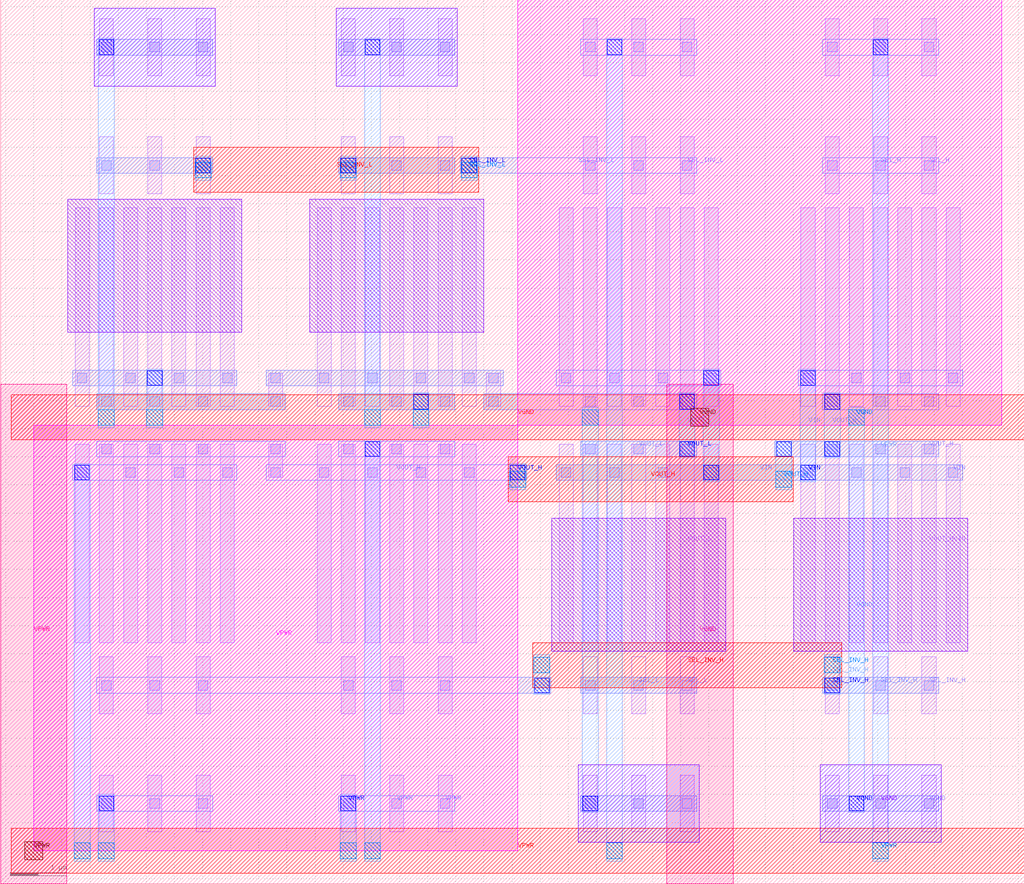
<source format=lef>
VERSION 5.7 ;
  NOWIREEXTENSIONATPIN ON ;
  DIVIDERCHAR "/" ;
  BUSBITCHARS "[]" ;
MACRO DCDC_MUX
  CLASS BLOCK ;
  FOREIGN DCDC_MUX ;
  ORIGIN 0.590 0.590 ;
  SIZE 18.190 BY 15.710 ;
  PIN SEL_H
    ANTENNAGATEAREA 1.890000 ;
    PORT
      LAYER li1 ;
        RECT 14.065 11.675 14.315 12.685 ;
        RECT 14.925 11.675 15.175 12.685 ;
        RECT 15.785 11.675 16.035 12.685 ;
      LAYER mcon ;
        RECT 14.105 12.095 14.275 12.265 ;
        RECT 14.965 12.095 15.135 12.265 ;
        RECT 15.825 12.095 15.995 12.265 ;
      LAYER met1 ;
        RECT 14.020 12.040 16.080 12.320 ;
    END
  END SEL_H
  PIN SEL_INV_H
    ANTENNAGATEAREA 5.670000 ;
    PORT
      LAYER li1 ;
        RECT 1.165 2.435 1.415 3.445 ;
        RECT 2.025 2.435 2.275 3.445 ;
        RECT 2.885 2.435 3.135 3.445 ;
        RECT 5.465 2.435 5.715 3.445 ;
        RECT 6.325 2.435 6.575 3.445 ;
        RECT 7.185 2.435 7.435 3.445 ;
        RECT 14.065 2.435 14.315 3.445 ;
        RECT 14.925 2.435 15.175 3.445 ;
        RECT 15.785 2.435 16.035 3.445 ;
      LAYER mcon ;
        RECT 1.205 2.855 1.375 3.025 ;
        RECT 2.065 2.855 2.235 3.025 ;
        RECT 2.925 2.855 3.095 3.025 ;
        RECT 5.505 2.855 5.675 3.025 ;
        RECT 6.365 2.855 6.535 3.025 ;
        RECT 7.225 2.855 7.395 3.025 ;
        RECT 14.105 2.855 14.275 3.025 ;
        RECT 14.965 2.855 15.135 3.025 ;
        RECT 15.825 2.855 15.995 3.025 ;
      LAYER met1 ;
        RECT 1.120 2.800 9.190 3.080 ;
        RECT 14.020 2.800 16.080 3.080 ;
      LAYER via ;
        RECT 8.900 2.810 9.160 3.070 ;
        RECT 14.060 2.810 14.320 3.070 ;
      LAYER met2 ;
        RECT 8.890 2.780 9.170 3.485 ;
        RECT 14.050 2.780 14.330 3.485 ;
      LAYER via2 ;
        RECT 8.890 3.160 9.170 3.440 ;
        RECT 14.050 3.160 14.330 3.440 ;
      LAYER met3 ;
        RECT 8.865 2.900 14.355 3.700 ;
    END
  END SEL_INV_H
  PIN SEL_INV_L
    ANTENNAGATEAREA 5.670000 ;
    PORT
      LAYER li1 ;
        RECT 1.165 11.675 1.415 12.685 ;
        RECT 2.025 11.675 2.275 12.685 ;
        RECT 2.885 11.675 3.135 12.685 ;
        RECT 5.465 11.675 5.715 12.685 ;
        RECT 6.325 11.675 6.575 12.685 ;
        RECT 7.185 11.675 7.435 12.685 ;
        RECT 9.765 11.675 10.015 12.685 ;
        RECT 10.625 11.675 10.875 12.685 ;
        RECT 11.485 11.675 11.735 12.685 ;
      LAYER mcon ;
        RECT 1.205 12.095 1.375 12.265 ;
        RECT 2.065 12.095 2.235 12.265 ;
        RECT 2.925 12.095 3.095 12.265 ;
        RECT 5.505 12.095 5.675 12.265 ;
        RECT 6.365 12.095 6.535 12.265 ;
        RECT 7.225 12.095 7.395 12.265 ;
        RECT 9.805 12.095 9.975 12.265 ;
        RECT 10.665 12.095 10.835 12.265 ;
        RECT 11.525 12.095 11.695 12.265 ;
      LAYER met1 ;
        RECT 1.120 12.040 3.180 12.320 ;
        RECT 5.420 12.040 7.480 12.320 ;
        RECT 7.580 12.040 11.780 12.320 ;
      LAYER via ;
        RECT 2.880 12.050 3.140 12.310 ;
        RECT 5.460 12.050 5.720 12.310 ;
        RECT 7.610 12.050 7.870 12.310 ;
      LAYER met2 ;
        RECT 2.870 11.915 3.150 12.340 ;
        RECT 5.450 11.915 5.730 12.340 ;
        RECT 7.600 11.915 7.880 12.340 ;
      LAYER via2 ;
        RECT 2.870 11.960 3.150 12.240 ;
        RECT 5.450 11.960 5.730 12.240 ;
        RECT 7.600 11.960 7.880 12.240 ;
      LAYER met3 ;
        RECT 2.845 11.700 7.905 12.500 ;
    END
  END SEL_INV_L
  PIN SEL_L
    ANTENNAGATEAREA 1.890000 ;
    PORT
      LAYER li1 ;
        RECT 9.765 2.435 10.015 3.445 ;
        RECT 10.625 2.435 10.875 3.445 ;
        RECT 11.485 2.435 11.735 3.445 ;
      LAYER mcon ;
        RECT 9.805 2.855 9.975 3.025 ;
        RECT 10.665 2.855 10.835 3.025 ;
        RECT 11.525 2.855 11.695 3.025 ;
      LAYER met1 ;
        RECT 9.720 2.800 11.780 3.080 ;
    END
  END SEL_L
  PIN VIN
    ANTENNADIFFAREA 9.156000 ;
    PORT
      LAYER li1 ;
        RECT 9.335 7.895 9.585 11.425 ;
        RECT 10.195 7.895 10.445 11.425 ;
        RECT 11.055 7.895 11.305 11.425 ;
        RECT 11.915 7.895 12.165 11.425 ;
        RECT 13.635 7.895 13.885 11.425 ;
        RECT 14.495 7.895 14.745 11.425 ;
        RECT 15.355 7.895 15.605 11.425 ;
        RECT 16.215 7.895 16.465 11.425 ;
        RECT 9.335 3.695 9.585 7.225 ;
        RECT 10.195 3.695 10.445 7.225 ;
        RECT 11.055 3.695 11.305 7.225 ;
        RECT 11.915 3.695 12.165 7.225 ;
        RECT 13.635 3.695 13.885 7.225 ;
        RECT 14.495 3.695 14.745 7.225 ;
        RECT 15.355 3.695 15.605 7.225 ;
        RECT 16.215 3.695 16.465 7.225 ;
      LAYER mcon ;
        RECT 9.375 8.315 9.545 8.485 ;
        RECT 10.235 8.315 10.405 8.485 ;
        RECT 11.095 8.315 11.265 8.485 ;
        RECT 11.955 8.315 12.125 8.485 ;
        RECT 13.675 8.315 13.845 8.485 ;
        RECT 14.535 8.315 14.705 8.485 ;
        RECT 15.395 8.315 15.565 8.485 ;
        RECT 16.255 8.315 16.425 8.485 ;
        RECT 9.375 6.635 9.545 6.805 ;
        RECT 10.235 6.635 10.405 6.805 ;
        RECT 11.095 6.635 11.265 6.805 ;
        RECT 11.955 6.635 12.125 6.805 ;
        RECT 13.675 6.635 13.845 6.805 ;
        RECT 14.535 6.635 14.705 6.805 ;
        RECT 15.395 6.635 15.565 6.805 ;
        RECT 16.255 6.635 16.425 6.805 ;
      LAYER met1 ;
        RECT 9.290 8.260 12.210 8.540 ;
        RECT 13.590 8.260 16.510 8.540 ;
        RECT 9.290 6.580 16.510 6.860 ;
      LAYER via ;
        RECT 11.910 8.270 12.170 8.530 ;
        RECT 13.630 8.270 13.890 8.530 ;
        RECT 11.910 6.590 12.170 6.850 ;
        RECT 13.630 6.590 13.890 6.850 ;
      LAYER met2 ;
        RECT 11.900 6.560 12.180 8.560 ;
        RECT 13.620 6.560 13.900 8.560 ;
    END
  END VIN
  PIN VOUT_H
    ANTENNADIFFAREA 7.581000 ;
    PORT
      LAYER li1 ;
        RECT 14.065 7.895 14.315 11.425 ;
        RECT 14.925 7.895 15.175 11.425 ;
        RECT 15.785 7.895 16.035 11.425 ;
        RECT 1.165 3.695 1.415 7.225 ;
        RECT 2.025 3.695 2.275 7.225 ;
        RECT 2.885 3.695 3.135 7.225 ;
        RECT 4.175 6.635 4.425 7.225 ;
        RECT 5.035 3.695 5.285 7.225 ;
        RECT 5.895 3.695 6.145 7.225 ;
        RECT 6.755 3.695 7.005 7.225 ;
        RECT 7.615 3.695 7.865 7.225 ;
        RECT 14.065 3.695 14.315 7.225 ;
        RECT 14.925 3.695 15.175 7.225 ;
        RECT 15.785 3.695 16.035 7.225 ;
      LAYER mcon ;
        RECT 14.105 7.895 14.275 8.065 ;
        RECT 14.965 7.895 15.135 8.065 ;
        RECT 15.825 7.895 15.995 8.065 ;
        RECT 1.205 7.055 1.375 7.225 ;
        RECT 2.065 7.055 2.235 7.225 ;
        RECT 2.925 7.055 3.095 7.225 ;
        RECT 4.215 7.055 4.385 7.225 ;
        RECT 4.215 6.635 4.385 6.805 ;
        RECT 5.075 6.635 5.245 6.805 ;
        RECT 5.935 6.635 6.105 6.805 ;
        RECT 6.795 6.635 6.965 6.805 ;
        RECT 7.655 6.635 7.825 6.805 ;
        RECT 14.105 7.055 14.275 7.225 ;
        RECT 14.965 7.055 15.135 7.225 ;
        RECT 15.825 7.055 15.995 7.225 ;
      LAYER met1 ;
        RECT 14.020 7.840 16.080 8.120 ;
        RECT 1.120 7.000 4.470 7.280 ;
        RECT 13.170 7.000 16.080 7.280 ;
        RECT 4.130 6.580 8.760 6.860 ;
      LAYER via ;
        RECT 14.060 7.850 14.320 8.110 ;
        RECT 13.200 7.010 13.460 7.270 ;
        RECT 14.060 7.010 14.320 7.270 ;
        RECT 8.470 6.590 8.730 6.850 ;
      LAYER met2 ;
        RECT 8.460 6.415 8.740 6.880 ;
        RECT 13.190 6.415 13.470 7.300 ;
        RECT 14.050 6.980 14.330 8.140 ;
      LAYER via2 ;
        RECT 8.460 6.460 8.740 6.740 ;
        RECT 13.190 6.460 13.470 6.740 ;
      LAYER met3 ;
        RECT 8.435 6.200 13.495 7.000 ;
    END
  END VOUT_H
  PIN VOUT_L
    ANTENNADIFFAREA 7.581000 ;
    PORT
      LAYER li1 ;
        RECT 1.165 7.895 1.415 11.425 ;
        RECT 2.025 7.895 2.275 11.425 ;
        RECT 2.885 7.895 3.135 11.425 ;
        RECT 4.175 7.895 4.425 8.485 ;
        RECT 5.035 7.895 5.285 11.425 ;
        RECT 5.895 7.895 6.145 11.425 ;
        RECT 6.755 7.895 7.005 11.425 ;
        RECT 7.615 7.895 7.865 11.425 ;
        RECT 8.045 7.895 8.295 8.485 ;
        RECT 9.765 7.895 10.015 11.425 ;
        RECT 10.625 7.895 10.875 11.425 ;
        RECT 11.485 7.895 11.735 11.425 ;
        RECT 9.765 3.695 10.015 7.225 ;
        RECT 10.625 3.695 10.875 7.225 ;
        RECT 11.485 3.695 11.735 7.225 ;
      LAYER mcon ;
        RECT 1.205 7.895 1.375 8.065 ;
        RECT 2.065 7.895 2.235 8.065 ;
        RECT 2.925 7.895 3.095 8.065 ;
        RECT 4.215 8.315 4.385 8.485 ;
        RECT 4.215 7.895 4.385 8.065 ;
        RECT 5.075 8.315 5.245 8.485 ;
        RECT 5.935 8.315 6.105 8.485 ;
        RECT 6.795 8.315 6.965 8.485 ;
        RECT 7.655 8.315 7.825 8.485 ;
        RECT 8.085 8.315 8.255 8.485 ;
        RECT 8.085 7.895 8.255 8.065 ;
        RECT 9.805 7.895 9.975 8.065 ;
        RECT 10.665 7.895 10.835 8.065 ;
        RECT 11.525 7.895 11.695 8.065 ;
        RECT 9.805 7.055 9.975 7.225 ;
        RECT 10.665 7.055 10.835 7.225 ;
        RECT 11.525 7.055 11.695 7.225 ;
      LAYER met1 ;
        RECT 4.130 8.260 8.340 8.540 ;
        RECT 1.120 7.840 4.470 8.120 ;
        RECT 8.000 7.840 11.780 8.120 ;
        RECT 9.720 7.000 11.780 7.280 ;
      LAYER via ;
        RECT 11.480 7.850 11.740 8.110 ;
        RECT 11.480 7.010 11.740 7.270 ;
      LAYER met2 ;
        RECT 11.470 6.980 11.750 8.140 ;
    END
  END VOUT_L
  PIN VGND
    USE GROUND ;
    PORT
      LAYER pwell ;
        RECT 1.075 13.590 3.225 14.970 ;
        RECT 5.375 13.590 7.525 14.970 ;
        RECT 9.675 0.150 11.825 1.530 ;
        RECT 13.975 0.150 16.125 1.530 ;
      LAYER li1 ;
        RECT 1.165 13.775 1.415 14.785 ;
        RECT 2.025 13.775 2.275 14.785 ;
        RECT 2.885 13.775 3.135 14.785 ;
        RECT 5.465 13.775 5.715 14.785 ;
        RECT 6.325 13.775 6.575 14.785 ;
        RECT 7.185 13.775 7.435 14.785 ;
        RECT 0.735 7.895 0.985 11.425 ;
        RECT 1.595 7.895 1.845 11.425 ;
        RECT 2.455 7.895 2.705 11.425 ;
        RECT 3.315 7.895 3.565 11.425 ;
        RECT 5.465 7.895 5.715 11.425 ;
        RECT 6.325 7.895 6.575 11.425 ;
        RECT 7.185 7.895 7.435 11.425 ;
        RECT 9.765 0.335 10.015 1.345 ;
        RECT 10.625 0.335 10.875 1.345 ;
        RECT 11.485 0.335 11.735 1.345 ;
        RECT 14.065 0.335 14.315 1.345 ;
        RECT 14.925 0.335 15.175 1.345 ;
        RECT 15.785 0.335 16.035 1.345 ;
      LAYER mcon ;
        RECT 1.205 14.195 1.375 14.365 ;
        RECT 2.065 14.195 2.235 14.365 ;
        RECT 2.925 14.195 3.095 14.365 ;
        RECT 5.505 14.195 5.675 14.365 ;
        RECT 6.365 14.195 6.535 14.365 ;
        RECT 7.225 14.195 7.395 14.365 ;
        RECT 0.775 8.315 0.945 8.485 ;
        RECT 1.635 8.315 1.805 8.485 ;
        RECT 2.495 8.315 2.665 8.485 ;
        RECT 3.355 8.315 3.525 8.485 ;
        RECT 5.505 7.895 5.675 8.065 ;
        RECT 6.365 7.895 6.535 8.065 ;
        RECT 7.225 7.895 7.395 8.065 ;
        RECT 9.805 0.755 9.975 0.925 ;
        RECT 10.665 0.755 10.835 0.925 ;
        RECT 11.525 0.755 11.695 0.925 ;
        RECT 14.105 0.755 14.275 0.925 ;
        RECT 14.965 0.755 15.135 0.925 ;
        RECT 15.825 0.755 15.995 0.925 ;
      LAYER met1 ;
        RECT 1.120 14.140 3.180 14.420 ;
        RECT 5.420 14.140 7.480 14.420 ;
        RECT 0.690 8.260 3.610 8.540 ;
        RECT 5.420 7.840 7.480 8.120 ;
        RECT 9.720 0.700 11.780 0.980 ;
        RECT 14.020 0.700 16.080 0.980 ;
      LAYER via ;
        RECT 1.160 14.150 1.420 14.410 ;
        RECT 5.890 14.150 6.150 14.410 ;
        RECT 2.020 8.270 2.280 8.530 ;
        RECT 6.750 7.850 7.010 8.110 ;
        RECT 9.760 0.710 10.020 0.970 ;
        RECT 14.490 0.710 14.750 0.970 ;
      LAYER met2 ;
        RECT 1.150 7.515 1.430 14.440 ;
        RECT 2.010 7.515 2.290 8.560 ;
        RECT 5.880 7.515 6.160 14.440 ;
        RECT 6.740 7.515 7.020 8.140 ;
        RECT 9.750 0.680 10.030 7.885 ;
        RECT 14.480 0.680 14.760 7.885 ;
      LAYER via2 ;
        RECT 1.150 7.560 1.430 7.840 ;
        RECT 2.010 7.560 2.290 7.840 ;
        RECT 5.880 7.560 6.160 7.840 ;
        RECT 6.740 7.560 7.020 7.840 ;
        RECT 9.750 7.560 10.030 7.840 ;
        RECT 14.480 7.560 14.760 7.840 ;
      LAYER met3 ;
        RECT -0.400 7.300 17.600 8.100 ;
      LAYER via3 ;
        RECT 11.680 7.540 12.000 7.860 ;
      LAYER met4 ;
        RECT 11.250 -0.590 12.430 8.290 ;
    END
  END VGND
  PIN VPWR
    USE POWER ;
    PORT
      LAYER nwell ;
        RECT 8.600 7.560 17.200 15.120 ;
        RECT 0.000 0.000 8.600 7.560 ;
      LAYER li1 ;
        RECT 9.765 13.775 10.015 14.785 ;
        RECT 10.625 13.775 10.875 14.785 ;
        RECT 11.485 13.775 11.735 14.785 ;
        RECT 14.065 13.775 14.315 14.785 ;
        RECT 14.925 13.775 15.175 14.785 ;
        RECT 15.785 13.775 16.035 14.785 ;
        RECT 0.735 3.695 0.985 7.225 ;
        RECT 1.595 3.695 1.845 7.225 ;
        RECT 2.455 3.695 2.705 7.225 ;
        RECT 3.315 3.695 3.565 7.225 ;
        RECT 5.465 3.695 5.715 7.225 ;
        RECT 6.325 3.695 6.575 7.225 ;
        RECT 7.185 3.695 7.435 7.225 ;
        RECT 1.165 0.335 1.415 1.345 ;
        RECT 2.025 0.335 2.275 1.345 ;
        RECT 2.885 0.335 3.135 1.345 ;
        RECT 5.465 0.335 5.715 1.345 ;
        RECT 6.325 0.335 6.575 1.345 ;
        RECT 7.185 0.335 7.435 1.345 ;
      LAYER mcon ;
        RECT 9.805 14.195 9.975 14.365 ;
        RECT 10.665 14.195 10.835 14.365 ;
        RECT 11.525 14.195 11.695 14.365 ;
        RECT 14.105 14.195 14.275 14.365 ;
        RECT 14.965 14.195 15.135 14.365 ;
        RECT 15.825 14.195 15.995 14.365 ;
        RECT 0.775 6.635 0.945 6.805 ;
        RECT 1.635 6.635 1.805 6.805 ;
        RECT 2.495 6.635 2.665 6.805 ;
        RECT 3.355 6.635 3.525 6.805 ;
        RECT 5.505 7.055 5.675 7.225 ;
        RECT 6.365 7.055 6.535 7.225 ;
        RECT 7.225 7.055 7.395 7.225 ;
        RECT 1.205 0.755 1.375 0.925 ;
        RECT 2.065 0.755 2.235 0.925 ;
        RECT 2.925 0.755 3.095 0.925 ;
        RECT 5.505 0.755 5.675 0.925 ;
        RECT 6.365 0.755 6.535 0.925 ;
        RECT 7.225 0.755 7.395 0.925 ;
      LAYER met1 ;
        RECT 9.720 14.140 11.780 14.420 ;
        RECT 14.020 14.140 16.080 14.420 ;
        RECT 5.420 7.000 7.480 7.280 ;
        RECT 0.690 6.580 3.610 6.860 ;
        RECT 1.120 0.700 3.180 0.980 ;
        RECT 5.420 0.700 7.480 0.980 ;
      LAYER via ;
        RECT 10.190 14.150 10.450 14.410 ;
        RECT 14.920 14.150 15.180 14.410 ;
        RECT 5.890 7.010 6.150 7.270 ;
        RECT 0.730 6.590 0.990 6.850 ;
        RECT 1.160 0.710 1.420 0.970 ;
        RECT 5.460 0.710 5.720 0.970 ;
      LAYER met2 ;
        RECT 0.720 -0.185 1.000 6.880 ;
        RECT 1.150 -0.185 1.430 1.000 ;
        RECT 5.450 -0.185 5.730 1.000 ;
        RECT 5.880 -0.185 6.160 7.300 ;
        RECT 10.180 -0.185 10.460 14.440 ;
        RECT 14.910 -0.185 15.190 14.440 ;
      LAYER via2 ;
        RECT 0.720 -0.140 1.000 0.140 ;
        RECT 1.150 -0.140 1.430 0.140 ;
        RECT 5.450 -0.140 5.730 0.140 ;
        RECT 5.880 -0.140 6.160 0.140 ;
        RECT 10.180 -0.140 10.460 0.140 ;
        RECT 14.910 -0.140 15.190 0.140 ;
      LAYER met3 ;
        RECT -0.400 -0.400 17.600 0.400 ;
      LAYER via3 ;
        RECT -0.160 -0.160 0.160 0.160 ;
      LAYER met4 ;
        RECT -0.590 -0.590 0.590 8.290 ;
    END
  END VPWR
  OBS
      LAYER pwell ;
        RECT 0.605 9.215 3.695 11.575 ;
        RECT 4.905 9.215 7.995 11.575 ;
        RECT 9.205 3.545 12.295 5.905 ;
        RECT 13.505 3.545 16.595 5.905 ;
  END
END DCDC_MUX
END LIBRARY


</source>
